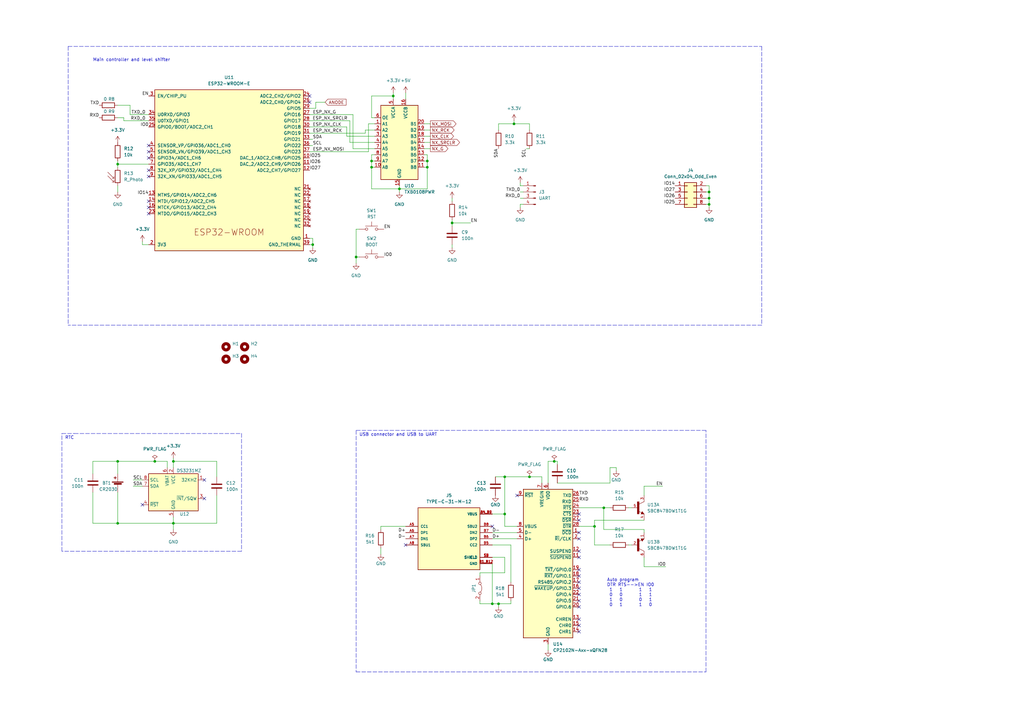
<source format=kicad_sch>
(kicad_sch (version 20211123) (generator eeschema)
  (paper "A3")
  (lib_symbols
    (symbol "Connector:Conn_01x04_Male" (pin_names (offset 1.016) hide)
      (property "Reference" "J" (at 0 5.08 0))
      (property "Value" "Conn_01x04_Male" (at 0 -7.62 0))
      (symbol "Conn_01x04_Male_1_1"
        (polyline (pts (xy 1.27 -5.08) (xy 0.8636 -5.08)) (stroke (width 0.1524)))
        (polyline (pts (xy 1.27 -2.54) (xy 0.8636 -2.54)) (stroke (width 0.1524)))
        (polyline (pts (xy 1.27 0) (xy 0.8636 0)) (stroke (width 0.1524)))
        (polyline (pts (xy 1.27 2.54) (xy 0.8636 2.54)) (stroke (width 0.1524)))
        (rectangle (start 0.8636 -4.953) (end 0 -5.207) (stroke (width 0.1524)) (fill (type outline)))
        (rectangle (start 0.8636 -2.413) (end 0 -2.667) (stroke (width 0.1524)) (fill (type outline)))
        (rectangle (start 0.8636 0.127) (end 0 -0.127) (stroke (width 0.1524)) (fill (type outline)))
        (rectangle (start 0.8636 2.667) (end 0 2.413) (stroke (width 0.1524)) (fill (type outline)))
        (pin passive line (at 5.08 2.54 180) (length 3.81) (name "Pin_1") (number "1"))
        (pin passive line (at 5.08 0 180) (length 3.81) (name "Pin_2") (number "2"))
        (pin passive line (at 5.08 -2.54 180) (length 3.81) (name "Pin_3") (number "3"))
        (pin passive line (at 5.08 -5.08 180) (length 3.81) (name "Pin_4") (number "4"))
      )
    )
    (symbol "Connector_Generic:Conn_02x04_Odd_Even" (pin_names (offset 1.016) hide)
      (property "Reference" "J" (at 1.27 5.08 0))
      (property "Value" "Conn_02x04_Odd_Even" (at 1.27 -7.62 0))
      (symbol "Conn_02x04_Odd_Even_1_1"
        (rectangle (start -1.27 -4.953) (end 0 -5.207) (stroke (width 0.1524)))
        (rectangle (start -1.27 -2.413) (end 0 -2.667) (stroke (width 0.1524)))
        (rectangle (start -1.27 0.127) (end 0 -0.127) (stroke (width 0.1524)))
        (rectangle (start -1.27 2.667) (end 0 2.413) (stroke (width 0.1524)))
        (rectangle (start -1.27 3.81) (end 3.81 -6.35) (stroke (width 0.254)) (fill (type background)))
        (rectangle (start 3.81 -4.953) (end 2.54 -5.207) (stroke (width 0.1524)))
        (rectangle (start 3.81 -2.413) (end 2.54 -2.667) (stroke (width 0.1524)))
        (rectangle (start 3.81 0.127) (end 2.54 -0.127) (stroke (width 0.1524)))
        (rectangle (start 3.81 2.667) (end 2.54 2.413) (stroke (width 0.1524)))
        (pin passive line (at -5.08 2.54 0) (length 3.81) (name "Pin_1") (number "1"))
        (pin passive line (at 7.62 2.54 180) (length 3.81) (name "Pin_2") (number "2"))
        (pin passive line (at -5.08 0 0) (length 3.81) (name "Pin_3") (number "3"))
        (pin passive line (at 7.62 0 180) (length 3.81) (name "Pin_4") (number "4"))
        (pin passive line (at -5.08 -2.54 0) (length 3.81) (name "Pin_5") (number "5"))
        (pin passive line (at 7.62 -2.54 180) (length 3.81) (name "Pin_6") (number "6"))
        (pin passive line (at -5.08 -5.08 0) (length 3.81) (name "Pin_7") (number "7"))
        (pin passive line (at 7.62 -5.08 180) (length 3.81) (name "Pin_8") (number "8"))
      )
    )
    (symbol "Device:Battery_Cell" (pin_numbers hide) (pin_names (offset 0) hide)
      (property "Reference" "BT" (at 2.54 2.54 0))
      (property "Value" "Battery_Cell" (at 2.54 0 0))
      (symbol "Battery_Cell_0_1"
        (rectangle (start -2.286 1.778) (end 2.286 1.524) (fill (type outline)))
        (rectangle (start -1.5748 1.1938) (end 1.4732 0.6858) (fill (type outline)))
        (polyline (pts (xy 0 0.762) (xy 0 0)))
        (polyline (pts (xy 0 1.778) (xy 0 2.54)))
        (polyline (pts (xy 0.508 3.429) (xy 1.524 3.429)) (stroke (width 0.254)))
        (polyline (pts (xy 1.016 3.937) (xy 1.016 2.921)) (stroke (width 0.254)))
      )
      (symbol "Battery_Cell_1_1"
        (pin passive line (at 0 5.08 270) (length 2.54) (name "+") (number "1"))
        (pin passive line (at 0 -2.54 90) (length 2.54) (name "-") (number "2"))
      )
    )
    (symbol "Device:C" (pin_numbers hide) (pin_names (offset 0.254))
      (property "Reference" "C" (at 0.635 2.54 0))
      (property "Value" "C" (at 0.635 -2.54 0))
      (symbol "C_0_1"
        (polyline (pts (xy -2.032 -0.762) (xy 2.032 -0.762)) (stroke (width 0.508)))
        (polyline (pts (xy -2.032 0.762) (xy 2.032 0.762)) (stroke (width 0.508)))
      )
      (symbol "C_1_1"
        (pin passive line (at 0 3.81 270) (length 2.794) (name "~") (number "1"))
        (pin passive line (at 0 -3.81 90) (length 2.794) (name "~") (number "2"))
      )
    )
    (symbol "Device:R" (pin_numbers hide) (pin_names (offset 0))
      (property "Reference" "R" (at 2.032 0 90))
      (property "Value" "R" (at 0 0 90))
      (symbol "R_0_1"
        (rectangle (start -1.016 -2.54) (end 1.016 2.54) (stroke (width 0.254)))
      )
      (symbol "R_1_1"
        (pin passive line (at 0 3.81 270) (length 1.27) (name "~") (number "1"))
        (pin passive line (at 0 -3.81 90) (length 1.27) (name "~") (number "2"))
      )
    )
    (symbol "Device:R_Photo" (pin_numbers hide) (pin_names (offset 0))
      (property "Reference" "R" (at 1.27 1.27 0))
      (property "Value" "R_Photo" (at 1.27 0 0))
      (symbol "R_Photo_0_1"
        (rectangle (start -1.016 2.54) (end 1.016 -2.54) (stroke (width 0.254)))
        (polyline (pts (xy -1.524 -2.286) (xy -4.064 0.254)))
        (polyline (pts (xy -1.524 -2.286) (xy -2.286 -2.286)))
        (polyline (pts (xy -1.524 -2.286) (xy -1.524 -1.524)))
        (polyline (pts (xy -1.524 -0.762) (xy -4.064 1.778)))
        (polyline (pts (xy -1.524 -0.762) (xy -2.286 -0.762)))
        (polyline (pts (xy -1.524 -0.762) (xy -1.524 0)))
      )
      (symbol "R_Photo_1_1"
        (pin passive line (at 0 3.81 270) (length 1.27) (name "~") (number "1"))
        (pin passive line (at 0 -3.81 90) (length 1.27) (name "~") (number "2"))
      )
    )
    (symbol "Espressif:ESP32-WROOM-E" (pin_names (offset 1.016))
      (property "Reference" "U" (at -30.48 38.1 0))
      (property "Value" "ESP32-WROOM-E" (at -30.48 35.56 0))
      (symbol "ESP32-WROOM-E_0_1"
        (rectangle (start -30.48 33.02) (end 30.48 -33.02) (stroke (width 0.254)) (fill (type background)))
      )
      (symbol "ESP32-WROOM-E_1_1"
        (text "ESP32-­WROOM­" (at 0 -25.4 0) (effects (font (size 2.54 2.54))))
        (pin power_in line (at 33.02 -27.94 180) (length 2.54) (name "GND") (number "1"))
        (pin bidirectional line (at 33.02 5.08 180) (length 2.54) (name "DAC_1/ADC2_CH8/GPIO25") (number "10"))
        (pin bidirectional line (at 33.02 2.54 180) (length 2.54) (name "DAC_2/ADC2_CH9/GPIO26") (number "11"))
        (pin bidirectional line (at 33.02 0 180) (length 2.54) (name "ADC2_CH7/GPIO27") (number "12"))
        (pin bidirectional line (at -33.02 -10.16 0) (length 2.54) (name "MTMS/GPIO14/ADC2_CH6") (number "13"))
        (pin bidirectional line (at -33.02 -12.7 0) (length 2.54) (name "MTDI/GPIO12/ADC2_CH5") (number "14"))
        (pin passive line (at 33.02 -27.94 180) (length 2.54) hide (name "GND") (number "15"))
        (pin bidirectional line (at -33.02 -15.24 0) (length 2.54) (name "MTCK/GPIO13/ADC2_CH4") (number "16"))
        (pin no_connect line (at 33.02 -12.7 180) (length 2.54) (name "NC") (number "17"))
        (pin no_connect line (at 33.02 -15.24 180) (length 2.54) (name "NC") (number "18"))
        (pin no_connect line (at 33.02 -17.78 180) (length 2.54) (name "NC") (number "19"))
        (pin power_in line (at -33.02 -30.48 0) (length 2.54) (name "3V3") (number "2"))
        (pin no_connect line (at 33.02 -20.32 180) (length 2.54) (name "NC") (number "20"))
        (pin no_connect line (at 33.02 -7.62 180) (length 2.54) (name "NC") (number "21"))
        (pin no_connect line (at 33.02 -10.16 180) (length 2.54) (name "NC") (number "22"))
        (pin bidirectional line (at -33.02 -17.78 0) (length 2.54) (name "MTDO/GPIO15/ADC2_CH3") (number "23"))
        (pin bidirectional line (at 33.02 30.48 180) (length 2.54) (name "ADC2_CH2/GPIO2") (number "24"))
        (pin bidirectional line (at -33.02 17.78 0) (length 2.54) (name "GPIO0/BOOT/ADC2_CH1") (number "25"))
        (pin bidirectional line (at 33.02 27.94 180) (length 2.54) (name "ADC2_CH0/GPIO4") (number "26"))
        (pin bidirectional line (at 33.02 22.86 180) (length 2.54) (name "GPIO16") (number "27"))
        (pin bidirectional line (at 33.02 20.32 180) (length 2.54) (name "GPIO17") (number "28"))
        (pin bidirectional line (at 33.02 25.4 180) (length 2.54) (name "GPIO5") (number "29"))
        (pin input line (at -33.02 30.48 0) (length 2.54) (name "EN/CHIP_PU") (number "3"))
        (pin bidirectional line (at 33.02 17.78 180) (length 2.54) (name "GPIO18") (number "30"))
        (pin bidirectional line (at 33.02 15.24 180) (length 2.54) (name "GPIO19") (number "31"))
        (pin no_connect line (at 33.02 -22.86 180) (length 2.54) (name "NC") (number "32"))
        (pin bidirectional line (at 33.02 12.7 180) (length 2.54) (name "GPIO21") (number "33"))
        (pin bidirectional line (at -33.02 22.86 0) (length 2.54) (name "U0RXD/GPIO3") (number "34"))
        (pin bidirectional line (at -33.02 20.32 0) (length 2.54) (name "U0TXD/GPIO1") (number "35"))
        (pin bidirectional line (at 33.02 10.16 180) (length 2.54) (name "GPIO22") (number "36"))
        (pin bidirectional line (at 33.02 7.62 180) (length 2.54) (name "GPIO23") (number "37"))
        (pin passive line (at 33.02 -27.94 180) (length 2.54) hide (name "GND") (number "38"))
        (pin power_in line (at 33.02 -30.48 180) (length 2.54) (name "GND_THERMAL") (number "39"))
        (pin input line (at -33.02 10.16 0) (length 2.54) (name "SENSOR_VP/GPIO36/ADC1_CH0") (number "4"))
        (pin input line (at -33.02 7.62 0) (length 2.54) (name "SENSOR_VN/GPIO39/ADC1_CH3") (number "5"))
        (pin input line (at -33.02 5.08 0) (length 2.54) (name "GPIO34/ADC1_CH6") (number "6"))
        (pin input line (at -33.02 2.54 0) (length 2.54) (name "GPIO35/ADC1_CH7") (number "7"))
        (pin bidirectional line (at -33.02 0 0) (length 2.54) (name "32K_XP/GPIO32/ADC1_CH4") (number "8"))
        (pin bidirectional line (at -33.02 -2.54 0) (length 2.54) (name "32K_XN/GPIO33/ADC1_CH5") (number "9"))
      )
    )
    (symbol "Interface_USB:CP2102N-Axx-xQFN28"
      (property "Reference" "U" (at -8.89 31.75 0))
      (property "Value" "CP2102N-Axx-xQFN28" (at 12.7 31.75 0))
      (symbol "CP2102N-Axx-xQFN28_0_1"
        (rectangle (start -10.16 30.48) (end 10.16 -30.48) (stroke (width 0.254)) (fill (type background)))
      )
      (symbol "CP2102N-Axx-xQFN28_1_1"
        (pin input line (at 12.7 12.7 180) (length 2.54) (name "~{DCD}") (number "1"))
        (pin no_connect line (at -10.16 -27.94 0) (length 2.54) hide (name "NC") (number "10"))
        (pin output line (at 12.7 2.54 180) (length 2.54) (name "~{SUSPEND}") (number "11"))
        (pin output line (at 12.7 5.08 180) (length 2.54) (name "SUSPEND") (number "12"))
        (pin output line (at 12.7 -22.86 180) (length 2.54) (name "CHREN") (number "13"))
        (pin output line (at 12.7 -27.94 180) (length 2.54) (name "CHR1") (number "14"))
        (pin output line (at 12.7 -25.4 180) (length 2.54) (name "CHR0") (number "15"))
        (pin bidirectional line (at 12.7 -10.16 180) (length 2.54) (name "~{WAKEUP}/GPIO.3") (number "16"))
        (pin bidirectional line (at 12.7 -7.62 180) (length 2.54) (name "RS485/GPIO.2") (number "17"))
        (pin bidirectional line (at 12.7 -5.08 180) (length 2.54) (name "~{RXT}/GPIO.1") (number "18"))
        (pin bidirectional line (at 12.7 -2.54 180) (length 2.54) (name "~{TXT}/GPIO.0") (number "19"))
        (pin bidirectional line (at 12.7 10.16 180) (length 2.54) (name "~{RI}/CLK") (number "2"))
        (pin bidirectional line (at 12.7 -17.78 180) (length 2.54) (name "GPIO.6") (number "20"))
        (pin bidirectional line (at 12.7 -15.24 180) (length 2.54) (name "GPIO.5") (number "21"))
        (pin bidirectional line (at 12.7 -12.7 180) (length 2.54) (name "GPIO.4") (number "22"))
        (pin input line (at 12.7 20.32 180) (length 2.54) (name "~{CTS}") (number "23"))
        (pin output line (at 12.7 22.86 180) (length 2.54) (name "~{RTS}") (number "24"))
        (pin input line (at 12.7 25.4 180) (length 2.54) (name "RXD") (number "25"))
        (pin output line (at 12.7 27.94 180) (length 2.54) (name "TXD") (number "26"))
        (pin input line (at 12.7 17.78 180) (length 2.54) (name "~{DSR}") (number "27"))
        (pin output line (at 12.7 15.24 180) (length 2.54) (name "~{DTR}") (number "28"))
        (pin passive line (at 0 -33.02 90) (length 2.54) hide (name "GND") (number "29"))
        (pin power_in line (at 0 -33.02 90) (length 2.54) (name "GND") (number "3"))
        (pin bidirectional line (at -12.7 10.16 0) (length 2.54) (name "D+") (number "4"))
        (pin bidirectional line (at -12.7 12.7 0) (length 2.54) (name "D-") (number "5"))
        (pin power_in line (at 0 33.02 270) (length 2.54) (name "VDD") (number "6"))
        (pin power_in line (at -2.54 33.02 270) (length 2.54) (name "VREGIN") (number "7"))
        (pin input line (at -12.7 15.24 0) (length 2.54) (name "VBUS") (number "8"))
        (pin input line (at -12.7 27.94 0) (length 2.54) (name "~{RST}") (number "9"))
      )
    )
    (symbol "Jumper:Jumper_2_Bridged" (pin_names (offset 0) hide)
      (property "Reference" "JP" (at 0 1.905 0))
      (property "Value" "Jumper_2_Bridged" (at 0 -2.54 0))
      (symbol "Jumper_2_Bridged_0_0"
        (circle (center -2.032 0) (radius 0.508))
        (circle (center 2.032 0) (radius 0.508))
      )
      (symbol "Jumper_2_Bridged_0_1"
        (arc (start 1.524 0.254) (mid 0 0.762) (end -1.524 0.254))
      )
      (symbol "Jumper_2_Bridged_1_1"
        (pin passive line (at -5.08 0 0) (length 2.54) (name "A") (number "1"))
        (pin passive line (at 5.08 0 180) (length 2.54) (name "B") (number "2"))
      )
    )
    (symbol "Logic_LevelTranslator:TXB0108DQSR"
      (property "Reference" "U" (at -6.35 16.51 0))
      (property "Value" "TXB0108DQSR" (at 3.81 16.51 0))
      (symbol "TXB0108DQSR_0_1"
        (rectangle (start -7.62 15.24) (end 7.62 -15.24) (stroke (width 0.254)) (fill (type background)))
      )
      (symbol "TXB0108DQSR_1_1"
        (pin bidirectional line (at -10.16 7.62 0) (length 2.54) (name "A1") (number "1"))
        (pin bidirectional line (at -10.16 -10.16 0) (length 2.54) (name "A8") (number "10"))
        (pin bidirectional line (at 10.16 -10.16 180) (length 2.54) (name "B8") (number "11"))
        (pin bidirectional line (at 10.16 -7.62 180) (length 2.54) (name "B7") (number "12"))
        (pin bidirectional line (at 10.16 -5.08 180) (length 2.54) (name "B6") (number "13"))
        (pin bidirectional line (at 10.16 -2.54 180) (length 2.54) (name "B5") (number "14"))
        (pin power_in line (at 0 -17.78 90) (length 2.54) (name "GND") (number "15"))
        (pin power_in line (at 2.54 17.78 270) (length 2.54) (name "VCCB") (number "16"))
        (pin bidirectional line (at 10.16 0 180) (length 2.54) (name "B4") (number "17"))
        (pin bidirectional line (at 10.16 2.54 180) (length 2.54) (name "B3") (number "18"))
        (pin bidirectional line (at 10.16 5.08 180) (length 2.54) (name "B2") (number "19"))
        (pin bidirectional line (at -10.16 5.08 0) (length 2.54) (name "A2") (number "2"))
        (pin bidirectional line (at 10.16 7.62 180) (length 2.54) (name "B1") (number "20"))
        (pin bidirectional line (at -10.16 2.54 0) (length 2.54) (name "A3") (number "3"))
        (pin bidirectional line (at -10.16 0 0) (length 2.54) (name "A4") (number "4"))
        (pin power_in line (at -2.54 17.78 270) (length 2.54) (name "VCCA") (number "5"))
        (pin input line (at -10.16 10.16 0) (length 2.54) (name "OE") (number "6"))
        (pin bidirectional line (at -10.16 -2.54 0) (length 2.54) (name "A5") (number "7"))
        (pin bidirectional line (at -10.16 -5.08 0) (length 2.54) (name "A6") (number "8"))
        (pin bidirectional line (at -10.16 -7.62 0) (length 2.54) (name "A7") (number "9"))
      )
    )
    (symbol "Mechanical:MountingHole" (pin_names (offset 1.016))
      (property "Reference" "H" (at 0 5.08 0))
      (property "Value" "MountingHole" (at 0 3.175 0))
      (symbol "MountingHole_0_1"
        (circle (center 0 0) (radius 1.27) (stroke (width 1.27)))
      )
    )
    (symbol "SBC847BDW1T1G:SBC847BDW1T1G" (pin_names (offset 1.016))
      (property "Reference" "U" (at -10.16 6.08 0))
      (property "Value" "SBC847BDW1T1G" (at -10.16 -7.62 0))
      (symbol "SBC847BDW1T1G_1_0"
        (rectangle (start -0.254 -2.54) (end 0.508 2.54) (stroke (width 0.1)) (fill (type outline)))
        (polyline (pts (xy 1.27 -2.54) (xy 1.778 -1.524)) (stroke (width 0.1524)))
        (polyline (pts (xy 1.524 -2.413) (xy 2.286 -2.413)) (stroke (width 0.254)))
        (polyline (pts (xy 1.524 -2.286) (xy 1.905 -2.286)) (stroke (width 0.254)))
        (polyline (pts (xy 1.54 -2.04) (xy 0.308 -1.424)) (stroke (width 0.1524)))
        (polyline (pts (xy 1.778 -1.778) (xy 1.524 -2.286)) (stroke (width 0.254)))
        (polyline (pts (xy 1.778 -1.524) (xy 2.54 -2.54)) (stroke (width 0.1524)))
        (polyline (pts (xy 1.905 -2.286) (xy 1.778 -2.032)) (stroke (width 0.254)))
        (polyline (pts (xy 2.286 -2.413) (xy 1.778 -1.778)) (stroke (width 0.254)))
        (polyline (pts (xy 2.54 -2.54) (xy 1.27 -2.54)) (stroke (width 0.1524)))
        (polyline (pts (xy 2.54 2.54) (xy 0.508 1.524)) (stroke (width 0.1524)))
        (pin passive line (at 2.54 5.08 270) (length 2.54) (name "~") (number "3"))
        (pin passive line (at 2.54 -5.08 90) (length 2.54) (name "~") (number "4"))
        (pin passive line (at -2.54 0 0) (length 2.54) (name "~") (number "5"))
      )
      (symbol "SBC847BDW1T1G_2_0"
        (rectangle (start -0.254 -2.54) (end 0.508 2.54) (stroke (width 0.1)) (fill (type outline)))
        (polyline (pts (xy 1.27 -2.54) (xy 1.778 -1.524)) (stroke (width 0.1524)))
        (polyline (pts (xy 1.524 -2.413) (xy 2.286 -2.413)) (stroke (width 0.254)))
        (polyline (pts (xy 1.524 -2.286) (xy 1.905 -2.286)) (stroke (width 0.254)))
        (polyline (pts (xy 1.54 -2.04) (xy 0.308 -1.424)) (stroke (width 0.1524)))
        (polyline (pts (xy 1.778 -1.778) (xy 1.524 -2.286)) (stroke (width 0.254)))
        (polyline (pts (xy 1.778 -1.524) (xy 2.54 -2.54)) (stroke (width 0.1524)))
        (polyline (pts (xy 1.905 -2.286) (xy 1.778 -2.032)) (stroke (width 0.254)))
        (polyline (pts (xy 2.286 -2.413) (xy 1.778 -1.778)) (stroke (width 0.254)))
        (polyline (pts (xy 2.54 -2.54) (xy 1.27 -2.54)) (stroke (width 0.1524)))
        (polyline (pts (xy 2.54 2.54) (xy 0.508 1.524)) (stroke (width 0.1524)))
        (pin passive line (at 2.54 -5.08 90) (length 2.54) (name "~") (number "1"))
        (pin passive line (at -2.54 0 0) (length 2.54) (name "~") (number "2"))
        (pin passive line (at 2.54 5.08 270) (length 2.54) (name "~") (number "6"))
      )
    )
    (symbol "Switch:SW_Push" (pin_numbers hide) (pin_names (offset 1.016) hide)
      (property "Reference" "SW" (at 1.27 2.54 0))
      (property "Value" "SW_Push" (at 0 -1.524 0))
      (symbol "SW_Push_0_1"
        (circle (center -2.032 0) (radius 0.508))
        (polyline (pts (xy 0 1.27) (xy 0 3.048)))
        (polyline (pts (xy 2.54 1.27) (xy -2.54 1.27)))
        (circle (center 2.032 0) (radius 0.508))
        (pin passive line (at -5.08 0 0) (length 2.54) (name "1") (number "1"))
        (pin passive line (at 5.08 0 180) (length 2.54) (name "2") (number "2"))
      )
    )
    (symbol "TYPE-C-31-M-12:TYPE-C-31-M-12" (pin_names (offset 1.016))
      (property "Reference" "J" (at -12.7 13.462 0))
      (property "Value" "TYPE-C-31-M-12" (at -12.7 -13.462 0))
      (symbol "TYPE-C-31-M-12_0_0"
        (rectangle (start -12.7 -12.7) (end 12.7 12.7) (stroke (width 0.254)) (fill (type background)))
        (pin power_in line (at 17.78 -10.16 180) (length 5.08) (name "GND") (number "A1_B12"))
        (pin power_in line (at 17.78 10.16 180) (length 5.08) (name "VBUS") (number "A4_B9"))
        (pin bidirectional line (at -17.78 5.08 0) (length 5.08) (name "CC1") (number "A5"))
        (pin bidirectional line (at -17.78 2.54 0) (length 5.08) (name "DP1") (number "A6"))
        (pin bidirectional line (at -17.78 0 0) (length 5.08) (name "DN1") (number "A7"))
        (pin bidirectional line (at -17.78 -2.54 0) (length 5.08) (name "SBU1") (number "A8"))
        (pin power_in line (at 17.78 -10.16 180) (length 5.08) (name "GND") (number "B1_A12"))
        (pin power_in line (at 17.78 10.16 180) (length 5.08) (name "VBUS") (number "B4_A9"))
        (pin bidirectional line (at 17.78 -2.54 180) (length 5.08) (name "CC2") (number "B5"))
        (pin bidirectional line (at 17.78 0 180) (length 5.08) (name "DP2") (number "B6"))
        (pin bidirectional line (at 17.78 2.54 180) (length 5.08) (name "DN2") (number "B7"))
        (pin bidirectional line (at 17.78 5.08 180) (length 5.08) (name "SBU2") (number "B8"))
        (pin passive line (at 17.78 -7.62 180) (length 5.08) (name "SHIELD") (number "S1"))
        (pin passive line (at 17.78 -7.62 180) (length 5.08) (name "SHIELD") (number "S2"))
        (pin passive line (at 17.78 -7.62 180) (length 5.08) (name "SHIELD") (number "S3"))
        (pin passive line (at 17.78 -7.62 180) (length 5.08) (name "SHIELD") (number "S4"))
      )
    )
    (symbol "Timer_RTC:DS3231MZ"
      (property "Reference" "U" (at -7.62 8.89 0))
      (property "Value" "DS3231MZ" (at 11.43 8.89 0))
      (symbol "DS3231MZ_0_1"
        (rectangle (start -10.16 7.62) (end 10.16 -7.62) (stroke (width 0.254)) (fill (type background)))
      )
      (symbol "DS3231MZ_1_1"
        (pin open_collector line (at 12.7 5.08 180) (length 2.54) (name "32KHZ") (number "1"))
        (pin power_in line (at 0 10.16 270) (length 2.54) (name "VCC") (number "2"))
        (pin open_collector line (at 12.7 -2.54 180) (length 2.54) (name "~{INT}/SQW") (number "3"))
        (pin bidirectional line (at -12.7 -5.08 0) (length 2.54) (name "~{RST}") (number "4"))
        (pin power_in line (at 0 -10.16 90) (length 2.54) (name "GND") (number "5"))
        (pin power_in line (at -2.54 10.16 270) (length 2.54) (name "VBAT") (number "6"))
        (pin bidirectional line (at -12.7 2.54 0) (length 2.54) (name "SDA") (number "7"))
        (pin input line (at -12.7 5.08 0) (length 2.54) (name "SCL") (number "8"))
      )
    )
    (symbol "power:+3.3V" (power) (pin_names (offset 0))
      (property "Value" "+3.3V" (at 0 3.556 0))
      (symbol "+3.3V_0_1"
        (polyline (pts (xy -0.762 1.27) (xy 0 2.54)))
        (polyline (pts (xy 0 0) (xy 0 2.54)))
        (polyline (pts (xy 0 2.54) (xy 0.762 1.27)))
      )
      (symbol "+3.3V_1_1"
        (pin power_in line (at 0 0 90) (length 0) hide (name "+3.3V") (number "1"))
      )
    )
    (symbol "power:+5V" (power) (pin_names (offset 0))
      (property "Value" "+5V" (at 0 3.556 0))
      (symbol "+5V_0_1"
        (polyline (pts (xy -0.762 1.27) (xy 0 2.54)))
        (polyline (pts (xy 0 0) (xy 0 2.54)))
        (polyline (pts (xy 0 2.54) (xy 0.762 1.27)))
      )
      (symbol "+5V_1_1"
        (pin power_in line (at 0 0 90) (length 0) hide (name "+5V") (number "1"))
      )
    )
    (symbol "power:GND" (power) (pin_names (offset 0))
      (property "Value" "GND" (at 0 -3.81 0))
      (symbol "GND_0_1"
        (polyline (pts (xy 0 0) (xy 0 -1.27) (xy 1.27 -1.27) (xy 0 -2.54) (xy -1.27 -1.27) (xy 0 -1.27)))
      )
      (symbol "GND_1_1"
        (pin power_in line (at 0 0 270) (length 0) hide (name "GND") (number "1"))
      )
    )
    (symbol "power:PWR_FLAG" (power) (pin_numbers hide) (pin_names (offset 0) hide)
      (property "Value" "PWR_FLAG" (at 0 3.81 0))
      (symbol "PWR_FLAG_0_0"
        (pin power_out line (at 0 0 90) (length 0) (name "pwr") (number "1"))
      )
      (symbol "PWR_FLAG_0_1"
        (polyline (pts (xy 0 0) (xy 0 1.27) (xy -1.016 1.905) (xy 0 2.54) (xy 1.016 1.905) (xy 0 1.27)))
      )
    )
  )
  (junction (at 201.93 247.65))
  (junction (at 128.27 100.33))
  (junction (at 207.01 195.58))
  (junction (at 175.26 66.04))
  (junction (at 210.82 50.8))
  (junction (at 243.84 215.9))
  (junction (at 48.26 67.31))
  (junction (at 185.42 91.44))
  (junction (at 290.83 81.28))
  (junction (at 175.26 68.58))
  (junction (at 152.4 68.58))
  (junction (at 152.4 66.04))
  (junction (at 290.83 83.82))
  (junction (at 48.26 214.63))
  (junction (at 48.26 189.23))
  (junction (at 63.5 189.23))
  (junction (at 71.12 189.23))
  (junction (at 217.17 195.58))
  (junction (at 71.12 214.63))
  (junction (at 227.33 189.23))
  (junction (at 161.29 39.37))
  (junction (at 290.83 78.74))
  (junction (at 204.47 247.65))
  (junction (at 247.65 208.28))
  (junction (at 146.05 105.41))
  (junction (at 163.83 77.47))
  (junction (at 207.01 210.82))
  (no_connect (at 237.49 256.54))
  (no_connect (at 237.49 233.68))
  (no_connect (at 237.49 238.76))
  (no_connect (at 237.49 228.6))
  (no_connect (at 237.49 248.92))
  (no_connect (at 60.96 59.69))
  (no_connect (at 60.96 87.63))
  (no_connect (at 237.49 236.22))
  (no_connect (at 60.96 62.23))
  (no_connect (at 166.37 223.52))
  (no_connect (at 60.96 72.39))
  (no_connect (at 237.49 243.84))
  (no_connect (at 237.49 218.44))
  (no_connect (at 237.49 254))
  (no_connect (at 60.96 85.09))
  (no_connect (at 127 41.91))
  (no_connect (at 60.96 64.77))
  (no_connect (at 237.49 220.98))
  (no_connect (at 237.49 213.36))
  (no_connect (at 58.42 207.01))
  (no_connect (at 127 39.37))
  (no_connect (at 237.49 241.3))
  (no_connect (at 201.93 215.9))
  (no_connect (at 237.49 210.82))
  (no_connect (at 83.82 196.85))
  (no_connect (at 237.49 226.06))
  (no_connect (at 237.49 259.08))
  (no_connect (at 83.82 204.47))
  (no_connect (at 60.96 82.55))
  (no_connect (at 237.49 246.38))
  (no_connect (at 60.96 69.85))
  (no_connect (at 212.09 203.2))
  (wire (pts (xy 252.73 191.77) (xy 250.19 191.77)))
  (wire (pts (xy 204.47 247.65) (xy 204.47 248.92)))
  (wire (pts (xy 50.8 49.53) (xy 60.96 49.53)))
  (wire (pts (xy 88.9 203.2) (xy 88.9 214.63)))
  (wire (pts (xy 128.27 100.33) (xy 128.27 97.79)))
  (wire (pts (xy 224.79 189.23) (xy 227.33 189.23)))
  (wire (pts (xy 53.34 46.99) (xy 60.96 46.99)))
  (wire (pts (xy 201.93 231.14) (xy 201.93 247.65)))
  (wire (pts (xy 228.6 198.12) (xy 250.19 198.12)))
  (wire (pts (xy 71.12 189.23) (xy 71.12 191.77)))
  (wire (pts (xy 88.9 189.23) (xy 71.12 189.23)))
  (wire (pts (xy 58.42 99.06) (xy 58.42 100.33)))
  (wire (pts (xy 152.4 39.37) (xy 161.29 39.37)))
  (polyline (pts (xy 289.56 275.59) (xy 289.56 176.53)))
  (polyline (pts (xy 99.06 226.06) (xy 25.4 226.06)))
  (wire (pts (xy 127 62.23) (xy 151.13 62.23)))
  (wire (pts (xy 146.05 107.95) (xy 146.05 105.41)))
  (polyline (pts (xy 30.48 177.8) (xy 99.06 177.8)))
  (polyline (pts (xy 289.56 176.53) (xy 146.05 176.53)))
  (wire (pts (xy 176.53 50.8) (xy 173.99 50.8)))
  (wire (pts (xy 143.51 58.42) (xy 153.67 58.42)))
  (wire (pts (xy 175.26 77.47) (xy 163.83 77.47)))
  (wire (pts (xy 149.86 53.34) (xy 153.67 53.34)))
  (wire (pts (xy 175.26 66.04) (xy 175.26 68.58)))
  (wire (pts (xy 48.26 78.74) (xy 48.26 76.2)))
  (wire (pts (xy 213.36 85.09) (xy 213.36 83.82)))
  (wire (pts (xy 48.26 194.31) (xy 48.26 189.23)))
  (wire (pts (xy 247.65 217.17) (xy 247.65 208.28)))
  (wire (pts (xy 88.9 214.63) (xy 71.12 214.63)))
  (wire (pts (xy 185.42 81.28) (xy 185.42 82.55)))
  (wire (pts (xy 54.61 196.85) (xy 58.42 196.85)))
  (wire (pts (xy 209.55 223.52) (xy 201.93 223.52)))
  (wire (pts (xy 142.24 55.88) (xy 153.67 55.88)))
  (wire (pts (xy 146.05 93.98) (xy 147.32 93.98)))
  (wire (pts (xy 210.82 49.53) (xy 210.82 50.8)))
  (wire (pts (xy 175.26 68.58) (xy 175.26 77.47)))
  (wire (pts (xy 237.49 215.9) (xy 243.84 215.9)))
  (wire (pts (xy 290.83 81.28) (xy 290.83 78.74)))
  (wire (pts (xy 176.53 60.96) (xy 173.99 60.96)))
  (wire (pts (xy 152.4 68.58) (xy 153.67 68.58)))
  (wire (pts (xy 243.84 223.52) (xy 250.19 223.52)))
  (wire (pts (xy 151.13 50.8) (xy 153.67 50.8)))
  (wire (pts (xy 228.6 189.23) (xy 228.6 190.5)))
  (wire (pts (xy 196.85 236.22) (xy 196.85 234.95)))
  (wire (pts (xy 128.27 101.6) (xy 128.27 100.33)))
  (wire (pts (xy 127 54.61) (xy 149.86 54.61)))
  (wire (pts (xy 243.84 213.36) (xy 243.84 215.9)))
  (wire (pts (xy 146.05 105.41) (xy 146.05 93.98)))
  (wire (pts (xy 213.36 78.74) (xy 214.63 78.74)))
  (wire (pts (xy 213.36 74.93) (xy 213.36 76.2)))
  (wire (pts (xy 217.17 195.58) (xy 207.01 195.58)))
  (wire (pts (xy 48.26 43.18) (xy 53.34 43.18)))
  (wire (pts (xy 38.1 194.31) (xy 38.1 189.23)))
  (polyline (pts (xy 146.05 275.59) (xy 224.79 275.59)))
  (wire (pts (xy 146.05 105.41) (xy 147.32 105.41)))
  (wire (pts (xy 185.42 100.33) (xy 185.42 101.6)))
  (wire (pts (xy 151.13 62.23) (xy 151.13 50.8)))
  (wire (pts (xy 213.36 81.28) (xy 214.63 81.28)))
  (polyline (pts (xy 224.79 275.59) (xy 289.56 275.59)))
  (wire (pts (xy 156.21 217.17) (xy 156.21 215.9)))
  (wire (pts (xy 127 46.99) (xy 144.78 46.99)))
  (wire (pts (xy 38.1 189.23) (xy 48.26 189.23)))
  (wire (pts (xy 48.26 214.63) (xy 71.12 214.63)))
  (wire (pts (xy 153.67 48.26) (xy 152.4 48.26)))
  (wire (pts (xy 166.37 38.1) (xy 166.37 40.64)))
  (wire (pts (xy 185.42 91.44) (xy 185.42 92.71)))
  (wire (pts (xy 289.56 78.74) (xy 290.83 78.74)))
  (wire (pts (xy 128.27 97.79) (xy 127 97.79)))
  (wire (pts (xy 173.99 68.58) (xy 175.26 68.58)))
  (wire (pts (xy 213.36 83.82) (xy 214.63 83.82)))
  (wire (pts (xy 163.83 78.74) (xy 163.83 77.47)))
  (wire (pts (xy 289.56 83.82) (xy 290.83 83.82)))
  (wire (pts (xy 201.93 218.44) (xy 212.09 218.44)))
  (wire (pts (xy 88.9 189.23) (xy 88.9 195.58)))
  (wire (pts (xy 204.47 50.8) (xy 210.82 50.8)))
  (wire (pts (xy 48.26 66.04) (xy 48.26 67.31)))
  (wire (pts (xy 290.83 78.74) (xy 290.83 76.2)))
  (wire (pts (xy 129.54 41.91) (xy 133.35 41.91)))
  (polyline (pts (xy 27.94 19.05) (xy 312.42 19.05)))
  (wire (pts (xy 38.1 201.93) (xy 38.1 214.63)))
  (wire (pts (xy 224.79 264.16) (xy 224.79 266.7)))
  (wire (pts (xy 264.16 203.2) (xy 264.16 199.39)))
  (wire (pts (xy 204.47 53.34) (xy 204.47 50.8)))
  (wire (pts (xy 173.99 58.42) (xy 176.53 58.42)))
  (wire (pts (xy 152.4 66.04) (xy 152.4 68.58)))
  (wire (pts (xy 129.54 44.45) (xy 129.54 41.91)))
  (wire (pts (xy 209.55 247.65) (xy 204.47 247.65)))
  (wire (pts (xy 204.47 247.65) (xy 201.93 247.65)))
  (wire (pts (xy 176.53 55.88) (xy 173.99 55.88)))
  (wire (pts (xy 68.58 189.23) (xy 68.58 191.77)))
  (wire (pts (xy 156.21 215.9) (xy 166.37 215.9)))
  (wire (pts (xy 203.2 195.58) (xy 207.01 195.58)))
  (wire (pts (xy 153.67 63.5) (xy 152.4 63.5)))
  (wire (pts (xy 127 49.53) (xy 143.51 49.53)))
  (wire (pts (xy 127 44.45) (xy 129.54 44.45)))
  (wire (pts (xy 152.4 68.58) (xy 152.4 77.47)))
  (wire (pts (xy 207.01 228.6) (xy 201.93 228.6)))
  (wire (pts (xy 71.12 187.96) (xy 71.12 189.23)))
  (wire (pts (xy 48.26 67.31) (xy 60.96 67.31)))
  (wire (pts (xy 185.42 91.44) (xy 193.04 91.44)))
  (wire (pts (xy 185.42 90.17) (xy 185.42 91.44)))
  (wire (pts (xy 196.85 246.38) (xy 196.85 247.65)))
  (wire (pts (xy 127 52.07) (xy 142.24 52.07)))
  (wire (pts (xy 128.27 59.69) (xy 127 59.69)))
  (wire (pts (xy 161.29 38.1) (xy 161.29 39.37)))
  (wire (pts (xy 290.83 76.2) (xy 289.56 76.2)))
  (wire (pts (xy 48.26 67.31) (xy 48.26 68.58)))
  (wire (pts (xy 58.42 100.33) (xy 60.96 100.33)))
  (wire (pts (xy 257.81 208.28) (xy 259.08 208.28)))
  (wire (pts (xy 224.79 198.12) (xy 224.79 189.23)))
  (wire (pts (xy 176.53 53.34) (xy 173.99 53.34)))
  (polyline (pts (xy 25.4 226.06) (xy 25.4 177.8)))
  (wire (pts (xy 127 100.33) (xy 128.27 100.33)))
  (wire (pts (xy 264.16 213.36) (xy 243.84 213.36)))
  (wire (pts (xy 201.93 247.65) (xy 196.85 247.65)))
  (polyline (pts (xy 25.4 177.8) (xy 30.48 177.8)))
  (wire (pts (xy 152.4 48.26) (xy 152.4 39.37)))
  (wire (pts (xy 250.19 191.77) (xy 250.19 198.12)))
  (wire (pts (xy 149.86 54.61) (xy 149.86 53.34)))
  (wire (pts (xy 207.01 234.95) (xy 207.01 228.6)))
  (wire (pts (xy 264.16 228.6) (xy 264.16 232.41)))
  (polyline (pts (xy 312.42 133.35) (xy 27.94 133.35)))
  (wire (pts (xy 207.01 215.9) (xy 212.09 215.9)))
  (wire (pts (xy 156.21 224.79) (xy 156.21 227.33)))
  (wire (pts (xy 50.8 48.26) (xy 50.8 49.53)))
  (wire (pts (xy 142.24 52.07) (xy 142.24 55.88)))
  (wire (pts (xy 128.27 57.15) (xy 127 57.15)))
  (wire (pts (xy 264.16 218.44) (xy 264.16 217.17)))
  (polyline (pts (xy 99.06 177.8) (xy 99.06 226.06)))
  (wire (pts (xy 152.4 66.04) (xy 153.67 66.04)))
  (wire (pts (xy 227.33 189.23) (xy 228.6 189.23)))
  (wire (pts (xy 209.55 246.38) (xy 209.55 247.65)))
  (wire (pts (xy 48.26 48.26) (xy 50.8 48.26)))
  (wire (pts (xy 63.5 189.23) (xy 68.58 189.23)))
  (wire (pts (xy 217.17 50.8) (xy 217.17 53.34)))
  (wire (pts (xy 243.84 215.9) (xy 243.84 223.52)))
  (wire (pts (xy 210.82 50.8) (xy 217.17 50.8)))
  (wire (pts (xy 237.49 208.28) (xy 247.65 208.28)))
  (wire (pts (xy 144.78 46.99) (xy 144.78 60.96)))
  (wire (pts (xy 196.85 234.95) (xy 207.01 234.95)))
  (polyline (pts (xy 312.42 19.05) (xy 312.42 133.35)))
  (wire (pts (xy 48.26 189.23) (xy 63.5 189.23)))
  (wire (pts (xy 53.34 43.18) (xy 53.34 46.99)))
  (wire (pts (xy 71.12 214.63) (xy 71.12 217.17)))
  (wire (pts (xy 264.16 199.39) (xy 271.78 199.39)))
  (wire (pts (xy 152.4 63.5) (xy 152.4 66.04)))
  (wire (pts (xy 173.99 63.5) (xy 175.26 63.5)))
  (wire (pts (xy 264.16 232.41) (xy 273.05 232.41)))
  (wire (pts (xy 222.25 195.58) (xy 217.17 195.58)))
  (wire (pts (xy 54.61 199.39) (xy 58.42 199.39)))
  (wire (pts (xy 222.25 198.12) (xy 222.25 195.58)))
  (wire (pts (xy 201.93 220.98) (xy 212.09 220.98)))
  (wire (pts (xy 247.65 208.28) (xy 250.19 208.28)))
  (wire (pts (xy 201.93 210.82) (xy 207.01 210.82)))
  (wire (pts (xy 173.99 66.04) (xy 175.26 66.04)))
  (wire (pts (xy 161.29 39.37) (xy 161.29 40.64)))
  (wire (pts (xy 143.51 49.53) (xy 143.51 58.42)))
  (wire (pts (xy 264.16 217.17) (xy 247.65 217.17)))
  (wire (pts (xy 48.26 201.93) (xy 48.26 214.63)))
  (wire (pts (xy 207.01 210.82) (xy 207.01 215.9)))
  (wire (pts (xy 252.73 193.04) (xy 252.73 191.77)))
  (wire (pts (xy 207.01 195.58) (xy 207.01 210.82)))
  (wire (pts (xy 38.1 214.63) (xy 48.26 214.63)))
  (wire (pts (xy 290.83 83.82) (xy 290.83 81.28)))
  (wire (pts (xy 257.81 223.52) (xy 259.08 223.52)))
  (wire (pts (xy 217.17 60.96) (xy 215.9 60.96)))
  (wire (pts (xy 289.56 81.28) (xy 290.83 81.28)))
  (wire (pts (xy 152.4 77.47) (xy 163.83 77.47)))
  (wire (pts (xy 213.36 76.2) (xy 214.63 76.2)))
  (wire (pts (xy 144.78 60.96) (xy 153.67 60.96)))
  (wire (pts (xy 163.83 77.47) (xy 163.83 76.2)))
  (wire (pts (xy 290.83 85.09) (xy 290.83 83.82)))
  (polyline (pts (xy 27.94 19.05) (xy 27.94 133.35)))
  (wire (pts (xy 71.12 212.09) (xy 71.12 214.63)))
  (wire (pts (xy 175.26 63.5) (xy 175.26 66.04)))
  (polyline (pts (xy 146.05 176.53) (xy 146.05 275.59)))
  (wire (pts (xy 209.55 238.76) (xy 209.55 223.52)))
  (text "Auto program\nDTR RTS-->EN IO0\n 1   1       1   1\n 0   0       1   1\n 1   0       0   1\n 0   1       1   0" (at 248.92 248.92 0) (effects (font (size 1.27 1.27)) (justify left bottom)))
  (text "Main controller and level shifter" (at 38.1 25.4 0) (effects (font (size 1.27 1.27)) (justify left bottom)))
  (text "RTC" (at 26.67 180.34 0) (effects (font (size 1.27 1.27)) (justify left bottom)))
  (text "USB connector and USB to UART" (at 147.32 179.07 0) (effects (font (size 1.27 1.27)) (justify left bottom)))
  (label "IO14" (at 276.86 76.2 180))
  (label "IO25" (at 127 64.77 0))
  (label "IO0" (at 157.48 105.41 0))
  (label "TXD_0" (at 59.69 46.99 180))
  (label "IO26" (at 127 67.31 0))
  (label "D-" (at 201.93 218.44 0))
  (label "SCL" (at 54.61 196.85 0))
  (label "IO25" (at 276.86 83.82 180))
  (label "EN" (at 271.78 199.39 180))
  (label "IO27" (at 276.86 78.74 180))
  (label "IO0" (at 60.96 52.07 180))
  (label "SCL" (at 128.27 59.69 0))
  (label "IO0" (at 273.05 232.41 180))
  (label "ESP_NX_RCK" (at 128.27 54.61 0))
  (label "RXD_0" (at 213.36 81.28 180))
  (label "EN" (at 193.04 91.44 0))
  (label "EN" (at 157.48 93.98 0))
  (label "IO14" (at 60.96 80.01 180))
  (label "SDA" (at 128.27 57.15 0))
  (label "ESP_NX_SRCLR" (at 128.1827 49.53 0))
  (label "IO26" (at 276.86 81.28 180))
  (label "RXD" (at 40.64 48.26 180))
  (label "SDA" (at 54.61 199.39 0))
  (label "D+" (at 201.93 220.98 0))
  (label "D+" (at 166.37 218.44 180))
  (label "IO27" (at 127 69.85 0))
  (label "EN" (at 60.96 39.37 180))
  (label "TXD_0" (at 213.36 78.74 180))
  (label "SDA" (at 204.47 60.96 270))
  (label "TXD" (at 40.64 43.18 180))
  (label "RXD_0" (at 59.69 49.53 180))
  (label "RXD" (at 237.49 205.74 0))
  (label "SCL" (at 215.9 60.96 270))
  (label "ESP_NX_CLK" (at 128.2307 52.07 0))
  (label "TXD" (at 237.49 203.2 0))
  (label "D-" (at 166.37 220.98 180))
  (label "ESP_NX_G" (at 128.27 46.99 0))
  (label "ESP_NX_MOSI" (at 128.27 62.23 0))
  (global_label "NX_SRCLR" (shape output) (at 176.53 58.42 0) (property "Intersheet References" "${INTERSHEET_REFS}" (effects hide)))
  (global_label "NX_MOSI" (shape output) (at 176.53 50.8 0) (property "Intersheet References" "${INTERSHEET_REFS}" (effects hide)))
  (global_label "NX_CLK" (shape output) (at 176.53 55.88 0) (property "Intersheet References" "${INTERSHEET_REFS}" (effects hide)))
  (global_label "ANODE" (shape input) (at 133.35 41.91 0) (property "Intersheet References" "${INTERSHEET_REFS}" (effects hide)))
  (global_label "NX_G" (shape output) (at 176.53 60.96 0) (property "Intersheet References" "${INTERSHEET_REFS}" (effects hide)))
  (global_label "NX_RCK" (shape output) (at 176.53 53.34 0) (property "Intersheet References" "${INTERSHEET_REFS}" (effects hide)))
  (symbol (lib_id "Device:R_Photo") (at 48.26 72.39 0) (unit 1)
    (property "Reference" "R13" (at 50.8 71.1199 0) (effects (justify left)))
    (property "Value" "R_Photo" (at 50.8 73.6599 0) (effects (justify left)))
    (property "Footprint" "Connector_PinSocket_2.54mm:PinSocket_1x02_P2.54mm_Vertical" (effects hide))
    (property "LCSC" "C125627" (effects hide))
  )
  (symbol (lib_id "Jumper:Jumper_2_Bridged") (at 196.85 241.3 270) (unit 1)
    (property "Reference" "JP1" (at 194.31 241.3 0))
    (property "Value" "Jumper_2_Bridged" (effects hide))
    (property "Footprint" "Jumper:SolderJumper-2_P1.3mm_Bridged_Pad1.0x1.5mm" (effects hide))
    (property "LCSC" "NOPLACE" (effects hide))
  )
  (symbol (lib_id "Device:R") (at 48.26 62.23 180) (unit 1)
    (property "Reference" "R12" (at 50.8 60.9599 0) (effects (justify right)))
    (property "Value" "10k" (at 50.8 63.4999 0) (effects (justify right)))
    (property "Footprint" "Resistor_SMD:R_0805_2012Metric_Pad1.20x1.40mm_HandSolder" (effects hide))
    (property "LCSC" "C17414" (effects hide))
  )
  (symbol (lib_id "power:GND") (at 204.47 248.92 0) (unit 1)
    (property "Reference" "#PWR038" (effects hide))
    (property "Value" "GND" (at 204.47 252.73 0))
  )
  (symbol (lib_id "Interface_USB:CP2102N-Axx-xQFN28") (at 224.79 231.14 0) (unit 1)
    (property "Reference" "U14" (at 226.8094 264.16 0) (effects (justify left)))
    (property "Value" "CP2102N-Axx-xQFN28" (at 226.8094 266.7 0) (effects (justify left)))
    (property "Footprint" "Package_DFN_QFN:QFN-28-1EP_5x5mm_P0.5mm_EP3.35x3.35mm" (effects hide))
    (property "Datasheet" "https://www.silabs.com/documents/public/data-sheets/cp2102n-datasheet.pdf" (effects hide))
    (property "LCSC" "C6568" (effects hide))
  )
  (symbol (lib_id "power:GND") (at 163.83 78.74 0) (unit 1)
    (property "Reference" "#PWR026" (effects hide))
    (property "Value" "GND" (at 163.83 83.82 0))
  )
  (symbol (lib_id "power:GND") (at 252.73 193.04 0) (mirror y) (unit 1)
    (property "Reference" "#PWR034" (effects hide))
    (property "Value" "GND" (at 252.73 196.85 0))
  )
  (symbol (lib_id "Device:R") (at 204.47 57.15 180) (unit 1)
    (property "Reference" "R10" (at 207.01 55.8799 0) (effects (justify right)))
    (property "Value" "3.3k" (at 207.01 58.4199 0) (effects (justify right)))
    (property "Footprint" "Resistor_SMD:R_0805_2012Metric_Pad1.20x1.40mm_HandSolder" (effects hide))
    (property "LCSC" "C26010" (effects hide))
  )
  (symbol (lib_id "power:GND") (at 290.83 85.09 0) (unit 1)
    (property "Reference" "#PWR0101" (effects hide))
    (property "Value" "GND" (at 290.83 90.17 0))
  )
  (symbol (lib_id "Device:R") (at 209.55 242.57 0) (mirror y) (unit 1)
    (property "Reference" "R18" (at 207.01 241.2999 0) (effects (justify left)))
    (property "Value" "5k1" (at 207.01 243.8399 0) (effects (justify left)))
    (property "Footprint" "Resistor_SMD:R_0805_2012Metric_Pad1.20x1.40mm_HandSolder" (effects hide))
    (property "LCSC" "C269748" (effects hide))
  )
  (symbol (lib_id "Switch:SW_Push") (at 152.4 105.41 0) (unit 1)
    (property "Reference" "SW2" (at 152.4 97.79 0))
    (property "Value" "BOOT" (at 152.4 100.33 0))
    (property "Footprint" "Button_Switch_SMD:SW_Push_SPST_NO_Alps_SKRK" (effects hide))
    (property "LCSC" "C202388" (effects hide))
  )
  (symbol (lib_id "Device:C") (at 38.1 198.12 0) (mirror x) (unit 1)
    (property "Reference" "C11" (at 34.29 196.8499 0) (effects (justify right)))
    (property "Value" "100n" (at 34.29 199.3899 0) (effects (justify right)))
    (property "Footprint" "Capacitor_SMD:C_0805_2012Metric_Pad1.18x1.45mm_HandSolder" (effects hide))
    (property "LCSC" "C396718" (effects hide))
  )
  (symbol (lib_id "Mechanical:MountingHole") (at 92.71 142.24 0) (unit 1)
    (property "Reference" "H1" (at 95.25 140.9699 0) (effects (justify left)))
    (property "Value" "MountingHole" (effects hide))
    (property "Footprint" "MountingHole:MountingHole_3.2mm_M3" (effects hide))
    (property "LCSC" "NOPLACE" (effects hide))
  )
  (symbol (lib_id "power:GND") (at 71.12 217.17 0) (unit 1)
    (property "Reference" "#PWR036" (effects hide))
    (property "Value" "GND" (at 71.12 222.25 0))
  )
  (symbol (lib_id "Device:C") (at 203.2 199.39 0) (mirror x) (unit 1)
    (property "Reference" "C13" (at 199.39 198.1199 0) (effects (justify right)))
    (property "Value" "100n" (at 199.39 200.6599 0) (effects (justify right)))
    (property "Footprint" "Capacitor_SMD:C_0805_2012Metric_Pad1.18x1.45mm_HandSolder" (effects hide))
    (property "LCSC" "C396718" (effects hide))
  )
  (symbol (lib_id "power:GND") (at 185.42 101.6 0) (unit 1)
    (property "Reference" "#PWR031" (effects hide))
    (property "Value" "GND" (at 185.42 106.68 0))
  )
  (symbol (lib_id "power:+3.3V") (at 210.82 49.53 0) (unit 1)
    (property "Reference" "#PWR022" (effects hide))
    (property "Value" "+3.3V" (at 210.82 44.45 0))
  )
  (symbol (lib_id "Mechanical:MountingHole") (at 92.71 147.32 0) (unit 1)
    (property "Reference" "H3" (at 95.25 146.0499 0) (effects (justify left)))
    (property "Value" "MountingHole" (effects hide))
    (property "Footprint" "MountingHole:MountingHole_3.2mm_M3" (effects hide))
    (property "LCSC" "NOPLACE" (effects hide))
  )
  (symbol (lib_id "Device:R") (at 44.45 43.18 270) (unit 1)
    (property "Reference" "R8" (at 45.72 40.64 90))
    (property "Value" "0" (at 43.18 40.64 90))
    (property "Footprint" "Resistor_SMD:R_0805_2012Metric_Pad1.20x1.40mm_HandSolder" (effects hide))
    (property "LCSC" "C17477" (effects hide))
  )
  (symbol (lib_id "power:GND") (at 128.27 101.6 0) (unit 1)
    (property "Reference" "#PWR030" (effects hide))
    (property "Value" "GND" (at 128.27 106.68 0))
  )
  (symbol (lib_id "power:+3.3V") (at 185.42 81.28 0) (unit 1)
    (property "Reference" "#PWR027" (effects hide))
    (property "Value" "+3.3V" (at 185.42 76.2 0))
  )
  (symbol (lib_id "Mechanical:MountingHole") (at 100.33 142.24 0) (unit 1)
    (property "Reference" "H2" (at 102.87 140.9699 0) (effects (justify left)))
    (property "Value" "MountingHole" (effects hide))
    (property "Footprint" "MountingHole:MountingHole_3.2mm_M3" (effects hide))
    (property "LCSC" "NOPLACE" (effects hide))
  )
  (symbol (lib_id "Mechanical:MountingHole") (at 100.33 147.32 0) (unit 1)
    (property "Reference" "H4" (at 102.87 146.0499 0) (effects (justify left)))
    (property "Value" "MountingHole" (effects hide))
    (property "Footprint" "MountingHole:MountingHole_3.2mm_M3" (effects hide))
    (property "LCSC" "NOPLACE" (effects hide))
  )
  (symbol (lib_id "Device:R") (at 156.21 220.98 0) (mirror y) (unit 1)
    (property "Reference" "R16" (at 153.67 219.7099 0) (effects (justify left)))
    (property "Value" "5k1" (at 153.67 222.2499 0) (effects (justify left)))
    (property "Footprint" "Resistor_SMD:R_0805_2012Metric_Pad1.20x1.40mm_HandSolder" (effects hide))
    (property "LCSC" "C269748" (effects hide))
  )
  (symbol (lib_id "power:PWR_FLAG") (at 227.33 189.23 0) (unit 1)
    (property "Reference" "#FLG0101" (effects hide))
    (property "Value" "PWR_FLAG" (at 227.33 184.15 0))
  )
  (symbol (lib_id "Device:Battery_Cell") (at 48.26 199.39 0) (mirror y) (unit 1)
    (property "Reference" "BT1" (at 41.91 198.12 0) (effects (justify right)))
    (property "Value" "CR2030" (at 40.64 200.66 0) (effects (justify right)))
    (property "Footprint" "Battery:BatteryHolder_Keystone_1060_1x2032" (effects hide))
    (property "LCSC" "C238069" (effects hide))
  )
  (symbol (lib_id "Device:R") (at 185.42 86.36 180) (unit 1)
    (property "Reference" "R14" (at 187.96 85.0899 0) (effects (justify right)))
    (property "Value" "10k" (at 187.96 87.6299 0) (effects (justify right)))
    (property "Footprint" "Resistor_SMD:R_0805_2012Metric_Pad1.20x1.40mm_HandSolder" (effects hide))
    (property "LCSC" "C17414" (effects hide))
  )
  (symbol (lib_id "power:GND") (at 224.79 266.7 0) (unit 1)
    (property "Reference" "#PWR039" (effects hide))
    (property "Value" "GND" (at 224.79 270.51 0))
  )
  (symbol (lib_id "Espressif:ESP32-WROOM-E") (at 93.98 69.85 0) (unit 1)
    (property "Reference" "U11" (at 93.98 31.75 0))
    (property "Value" "ESP32-WROOM-E" (at 93.98 34.29 0))
    (property "Footprint" "Espressif:ESP32-WROOM-32E" (effects hide))
    (property "Datasheet" "https://www.espressif.com/sites/default/files/documentation/esp32-wroom-32e_esp32-wroom-32ue_datasheet_en.pdf" (effects hide))
    (property "LCSC" "C473012" (effects hide))
  )
  (symbol (lib_id "power:GND") (at 203.2 203.2 0) (mirror y) (unit 1)
    (property "Reference" "#PWR035" (effects hide))
    (property "Value" "GND" (at 203.2 207.01 0))
  )
  (symbol (lib_id "Logic_LevelTranslator:TXB0108DQSR") (at 163.83 58.42 0) (unit 1)
    (property "Reference" "U10" (at 165.8494 76.2 0) (effects (justify left)))
    (property "Value" "TXB0108PWR" (at 165.8494 78.74 0) (effects (justify left)))
    (property "Footprint" "Package_SO:TSSOP-20_4.4x6.5mm_P0.65mm" (effects hide))
    (property "Datasheet" "http://www.ti.com/lit/ds/symlink/txb0108.pdf" (effects hide))
    (property "LCSC" "C53406" (effects hide))
  )
  (symbol (lib_id "Device:R") (at 254 208.28 90) (unit 1)
    (property "Reference" "R15" (at 254 201.93 90))
    (property "Value" "10k" (at 254 204.47 90))
    (property "Footprint" "Resistor_SMD:R_0805_2012Metric_Pad1.20x1.40mm_HandSolder" (effects hide))
    (property "LCSC" "C17414" (effects hide))
  )
  (symbol (lib_id "Device:R") (at 254 223.52 90) (unit 1)
    (property "Reference" "R17" (at 254 217.17 90))
    (property "Value" "10k" (at 254 219.71 90))
    (property "Footprint" "Resistor_SMD:R_0805_2012Metric_Pad1.20x1.40mm_HandSolder" (effects hide))
    (property "LCSC" "C17414" (effects hide))
  )
  (symbol (lib_id "power:GND") (at 146.05 107.95 0) (unit 1)
    (property "Reference" "#PWR032" (effects hide))
    (property "Value" "GND" (at 146.05 113.03 0))
  )
  (symbol (lib_id "Device:R") (at 217.17 57.15 180) (unit 1)
    (property "Reference" "R11" (at 219.71 55.8799 0) (effects (justify right)))
    (property "Value" "3.3k" (at 219.71 58.4199 0) (effects (justify right)))
    (property "Footprint" "Resistor_SMD:R_0805_2012Metric_Pad1.20x1.40mm_HandSolder" (effects hide))
    (property "LCSC" "C26010" (effects hide))
  )
  (symbol (lib_id "Switch:SW_Push") (at 152.4 93.98 0) (unit 1)
    (property "Reference" "SW1" (at 152.4 86.36 0))
    (property "Value" "RST" (at 152.4 88.9 0))
    (property "Footprint" "Button_Switch_SMD:SW_Push_SPST_NO_Alps_SKRK" (effects hide))
    (property "LCSC" "C202388" (effects hide))
  )
  (symbol (lib_id "power:GND") (at 48.26 78.74 0) (unit 1)
    (property "Reference" "#PWR025" (effects hide))
    (property "Value" "GND" (at 48.26 83.82 0))
  )
  (symbol (lib_id "Device:R") (at 44.45 48.26 270) (unit 1)
    (property "Reference" "R9" (at 45.72 45.72 90))
    (property "Value" "0" (at 43.18 45.72 90))
    (property "Footprint" "Resistor_SMD:R_0805_2012Metric_Pad1.20x1.40mm_HandSolder" (effects hide))
    (property "LCSC" "C17477" (effects hide))
  )
  (symbol (lib_id "Connector_Generic:Conn_02x04_Odd_Even") (at 281.94 78.74 0) (unit 1)
    (property "Reference" "J4" (at 283.21 69.85 0))
    (property "Value" "Conn_02x04_Odd_Even" (at 283.21 72.39 0))
    (property "Footprint" "Connector_PinHeader_2.00mm:PinHeader_2x04_P2.00mm_Vertical_SMD" (effects hide))
    (property "LCSC" "NOPLACE" (effects hide))
  )
  (symbol (lib_id "SBC847BDW1T1G:SBC847BDW1T1G") (at 261.62 208.28 0) (unit 1)
    (property "Reference" "U13" (at 265.43 207.0099 0) (effects (justify left)))
    (property "Value" "SBC847BDW1T1G" (at 265.43 209.5499 0) (effects (justify left)))
    (property "Footprint" "Espressif:SOT65P210X110-6N" (effects hide))
    (property "PRICE" "None" (effects hide))
    (property "DESCRIPTION" "Bipolar _BJT_ Transistor Array 2 NPN _Dual_ 45V 100mA 100MHz 380mW Surface Mount SC-88/SC70-6/SOT-363" (effects hide))
    (property "MF" "ON Semiconductor" (effects hide))
    (property "MP" "BC847CDW1T1G" (effects hide))
    (property "AVAILABILITY" "Unavailable" (effects hide))
    (property "PACKAGE" "SOT-363 ON Semiconductor" (effects hide))
    (property "LCSC" "C232475" (effects hide))
  )
  (symbol (lib_id "power:+3.3V") (at 213.36 74.93 0) (unit 1)
    (property "Reference" "#PWR024" (effects hide))
    (property "Value" "+3.3V" (at 213.36 69.85 0))
  )
  (symbol (lib_id "power:+3.3V") (at 58.42 99.06 0) (unit 1)
    (property "Reference" "#PWR029" (effects hide))
    (property "Value" "+3.3V" (at 58.42 93.98 0))
  )
  (symbol (lib_id "power:GND") (at 156.21 227.33 0) (unit 1)
    (property "Reference" "#PWR037" (effects hide))
    (property "Value" "GND" (at 156.21 231.14 0))
  )
  (symbol (lib_id "power:+3.3V") (at 161.29 38.1 0) (unit 1)
    (property "Reference" "#PWR020" (effects hide))
    (property "Value" "+3.3V" (at 161.29 33.02 0))
  )
  (symbol (lib_id "power:+3.3V") (at 71.12 187.96 0) (unit 1)
    (property "Reference" "#PWR033" (effects hide))
    (property "Value" "+3.3V" (at 71.12 182.88 0))
  )
  (symbol (lib_id "Device:C") (at 185.42 96.52 180) (unit 1)
    (property "Reference" "C9" (at 189.23 95.2499 0) (effects (justify right)))
    (property "Value" "100n" (at 189.23 97.7899 0) (effects (justify right)))
    (property "Footprint" "Capacitor_SMD:C_0805_2012Metric_Pad1.18x1.45mm_HandSolder" (effects hide))
    (property "LCSC" "C396718" (effects hide))
  )
  (symbol (lib_id "power:+3.3V") (at 48.26 58.42 0) (unit 1)
    (property "Reference" "#PWR023" (effects hide))
    (property "Value" "+3.3V" (at 48.26 53.34 0))
  )
  (symbol (lib_id "Connector:Conn_01x04_Male") (at 219.71 78.74 0) (mirror y) (unit 1)
    (property "Reference" "J3" (at 220.98 78.7399 0) (effects (justify right)))
    (property "Value" "UART" (at 220.98 81.2799 0) (effects (justify right)))
    (property "Footprint" "Connector_PinHeader_2.54mm:PinHeader_1x04_P2.54mm_Vertical" (effects hide))
    (property "LCSC" "NOPLACE" (effects hide))
  )
  (symbol (lib_id "power:GND") (at 213.36 85.09 0) (unit 1)
    (property "Reference" "#PWR028" (effects hide))
    (property "Value" "GND" (at 213.36 90.17 0))
  )
  (symbol (lib_id "power:+5V") (at 166.37 38.1 0) (unit 1)
    (property "Reference" "#PWR021" (effects hide))
    (property "Value" "+5V" (at 166.37 33.02 0))
  )
  (symbol (lib_id "TYPE-C-31-M-12:TYPE-C-31-M-12") (at 184.15 220.98 0) (unit 1)
    (property "Reference" "J5" (at 184.15 203.2 0))
    (property "Value" "TYPE-C-31-M-12" (at 184.15 205.74 0))
    (property "Footprint" "Espressif:HRO_TYPE-C-31-M-12" (effects hide))
    (property "MANUFACTURER" "HRO Electronics Co., Ltd." (effects hide))
    (property "SNAPEDA_PN" "TYPE-C-31-M-12" (effects hide))
    (property "PARTREV" "2020.12.08" (effects hide))
    (property "STANDARD" "Manufacturer Recommendations" (effects hide))
    (property "MAXIMUM_PACKAGE_HEIGHT" "3.26 mm" (effects hide))
    (property "LCSC" "C165948" (effects hide))
  )
  (symbol (lib_id "power:PWR_FLAG") (at 63.5 189.23 0) (unit 1)
    (property "Reference" "#FLG0103" (effects hide))
    (property "Value" "PWR_FLAG" (at 63.5 184.15 0))
  )
  (symbol (lib_id "Device:C") (at 88.9 199.39 180) (unit 1)
    (property "Reference" "C12" (at 92.71 198.1199 0) (effects (justify right)))
    (property "Value" "100n" (at 92.71 200.6599 0) (effects (justify right)))
    (property "Footprint" "Capacitor_SMD:C_0805_2012Metric_Pad1.18x1.45mm_HandSolder" (effects hide))
    (property "LCSC" "C396718" (effects hide))
  )
  (symbol (lib_id "SBC847BDW1T1G:SBC847BDW1T1G") (at 261.62 223.52 0) (mirror x) (unit 2)
    (property "Reference" "U13" (at 265.43 222.2499 0) (effects (justify left)))
    (property "Value" "SBC847BDW1T1G" (at 265.43 224.7899 0) (effects (justify left)))
    (property "Footprint" "Espressif:SOT65P210X110-6N" (effects hide))
    (property "PRICE" "None" (effects hide))
    (property "DESCRIPTION" "Bipolar _BJT_ Transistor Array 2 NPN _Dual_ 45V 100mA 100MHz 380mW Surface Mount SC-88/SC70-6/SOT-363" (effects hide))
    (property "MF" "ON Semiconductor" (effects hide))
    (property "MP" "BC847CDW1T1G" (effects hide))
    (property "AVAILABILITY" "Unavailable" (effects hide))
    (property "PACKAGE" "SOT-363 ON Semiconductor" (effects hide))
    (property "LCSC" "C232475" (effects hide))
  )
  (symbol (lib_id "Device:C") (at 228.6 194.31 180) (unit 1)
    (property "Reference" "C10" (at 232.41 193.0399 0) (effects (justify right)))
    (property "Value" "100n" (at 232.41 195.5799 0) (effects (justify right)))
    (property "Footprint" "Capacitor_SMD:C_0805_2012Metric_Pad1.18x1.45mm_HandSolder" (effects hide))
    (property "LCSC" "C396718" (effects hide))
  )
  (symbol (lib_id "Timer_RTC:DS3231MZ") (at 71.12 201.93 0) (unit 1)
    (property "Reference" "U12" (at 73.66 210.82 0) (effects (justify left)))
    (property "Value" "DS3231MZ" (at 72.39 193.04 0) (effects (justify left)))
    (property "Footprint" "Package_SO:SOIC-8_3.9x4.9mm_P1.27mm" (effects hide))
    (property "Datasheet" "http://datasheets.maximintegrated.com/en/ds/DS3231M.pdf" (effects hide))
    (property "LCSC" "C107410" (effects hide))
  )
  (symbol (lib_id "power:PWR_FLAG") (at 217.17 195.58 0) (unit 1)
    (property "Reference" "#FLG0102" (effects hide))
    (property "Value" "PWR_FLAG" (at 217.17 190.5 0))
  )
)
</source>
